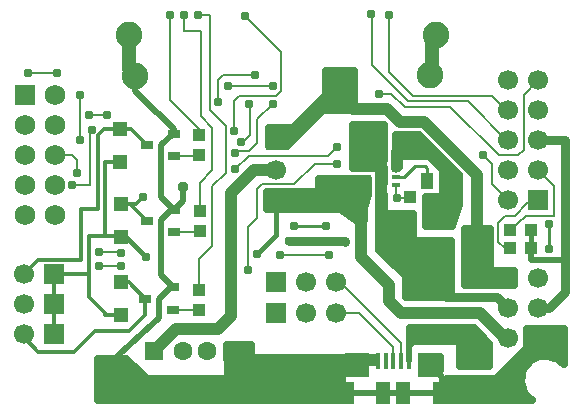
<source format=gtl>
G04 DipTrace 2.4.0.2*
%INTop.gbr*%
%MOIN*%
%ADD13C,0.01*%
%ADD14C,0.0079*%
%ADD15C,0.02*%
%ADD16C,0.015*%
%ADD17C,0.012*%
%ADD18C,0.03*%
%ADD19C,0.045*%
%ADD20C,0.04*%
%ADD21C,0.029*%
%ADD22C,0.025*%
%ADD25R,0.0433X0.0394*%
%ADD27R,0.0472X0.0472*%
%ADD28R,0.0689X0.0689*%
%ADD29C,0.0689*%
%ADD30R,0.0669X0.0669*%
%ADD31C,0.0669*%
%ADD33C,0.0886*%
%ADD34R,0.063X0.063*%
%ADD35C,0.063*%
%ADD36C,0.1378*%
%ADD38R,0.0157X0.0531*%
%ADD39R,0.0827X0.0787*%
%ADD40R,0.063X0.0748*%
%ADD41R,0.0472X0.0748*%
%ADD42R,0.0394X0.0531*%
%ADD44R,0.0413X0.0256*%
%ADD45R,0.0394X0.0433*%
%ADD46R,0.0276X0.0118*%
%ADD47R,0.0394X0.063*%
%ADD48C,0.031*%
%ADD49C,0.037*%
%FSLAX44Y44*%
G04*
G70*
G90*
G75*
G01*
%LNTop*%
%LPD*%
X18501Y11705D2*
D13*
Y12120D1*
X18422Y12200D1*
X18085D1*
X17706Y11821D1*
X17440D1*
X10063Y9991D2*
D14*
X10902D1*
X10927Y10016D1*
X10063Y10739D2*
D15*
X9958D1*
X9613Y10394D1*
Y8548D1*
X10010Y8151D1*
X9941D1*
X9543Y7753D1*
Y7125D1*
X8035Y5742D1*
Y5092D1*
X8172Y4956D1*
X10063Y13275D2*
X10007D1*
X9629Y12897D1*
Y11173D1*
X10063Y10739D1*
X16853Y5687D2*
D14*
X16272D1*
X16144Y5559D1*
X13948D1*
X13345Y4956D1*
X12136Y6023D2*
X12278D1*
X13345Y4956D1*
Y4528D1*
X8172D1*
Y4956D1*
X15750Y4634D2*
Y5165D1*
X16144Y5559D1*
X15750Y4634D2*
D15*
X17030D1*
X17699D1*
X18979D1*
X16965Y10585D2*
Y9409D1*
X17365D1*
X17814Y9859D1*
X16965Y9409D2*
X17207D1*
X17351Y9265D1*
X17814D1*
X16440Y13315D2*
D16*
X16775D1*
X16965Y13125D1*
X16453Y12717D2*
X16558D1*
X16965Y13125D1*
D14*
Y11823D1*
X16968Y11821D1*
X16495Y12077D2*
X16712D1*
X16968Y11821D1*
X16965Y10585D2*
X16968Y11821D1*
X18979Y4634D2*
D15*
Y5165D1*
X18585Y5559D1*
X18979Y4634D2*
D14*
X20359D1*
X22187Y6461D1*
X10063Y13275D2*
D15*
Y13431D1*
X9528Y13966D1*
X9496D1*
X8765Y14698D1*
Y15209D1*
X8555Y16565D2*
D19*
Y15420D1*
X8765Y15209D1*
X10360Y11484D2*
D15*
Y11037D1*
X10063Y10739D1*
X17814Y9859D2*
Y9265D1*
X18253D1*
X18263Y9254D1*
X18724D1*
D18*
X19127D1*
Y7832D1*
X20816D1*
X21187Y7461D1*
X17930Y10480D2*
D14*
Y9974D1*
X17814Y9859D1*
X18790Y16565D2*
D19*
X18646D1*
Y15280D1*
X18583Y15218D1*
X13468Y11066D2*
D16*
Y9903D1*
X12816Y9251D1*
X8290Y9824D2*
X8471D1*
X9122Y9172D1*
X6053Y6589D2*
D17*
Y7589D1*
Y8589D2*
Y7589D1*
X8262Y12333D2*
X7762D1*
Y9867D1*
X8247D1*
X8290Y9824D1*
X7762Y9867D2*
X7212D1*
Y8589D1*
Y7845D1*
X7771Y7286D1*
Y7234D1*
X7780Y7224D1*
X8300D1*
X6053Y8589D2*
X7212D1*
X16295Y10585D2*
D20*
Y9153D1*
X17221Y8228D1*
Y7683D1*
X17609Y7295D1*
X20249D1*
X21083Y6461D1*
X21187D1*
X13468Y12066D2*
X12726D1*
X11957Y11297D1*
Y7199D1*
X11533Y6774D1*
X10131D1*
X9380Y6023D1*
X12102Y12104D2*
D14*
X12543Y12544D1*
X15198D1*
X15500Y12847D1*
X7557Y9324D2*
X8263D1*
X8291Y9296D1*
X21271Y10065D2*
Y10074D1*
X21798Y10543D1*
X22719D1*
Y11536D1*
X22190Y12065D1*
X15500Y12275D2*
X14757D1*
X14064Y11583D1*
X12991D1*
X12835Y11426D1*
Y10454D1*
X12537Y10156D1*
Y8734D1*
X7562Y8849D2*
X8272D1*
X8280Y8857D1*
X21271Y9448D2*
X21087D1*
X20866Y9670D1*
Y10307D1*
X21102Y10543D1*
X21409D1*
X21834Y10968D1*
X22093D1*
X22190Y11065D1*
X21940Y10065D2*
D16*
Y9449D1*
X21941Y9448D1*
X13894Y9683D2*
D18*
X15752D1*
Y9672D1*
X22190Y13065D2*
X23080D1*
Y9079D1*
Y7985D1*
X22556Y7461D1*
X22187D1*
X19089Y10526D2*
D14*
D3*
Y11703D2*
X19092Y11705D1*
D15*
Y11331D1*
X18727Y10966D1*
X21941Y9448D2*
Y9079D1*
X23080D1*
X17440Y12077D2*
Y12930D1*
X17635Y13125D1*
X18130D1*
X19074Y12181D1*
Y11724D1*
X19092Y11705D1*
X19089Y10526D2*
Y10959D1*
X19092Y10962D1*
X18731D1*
X18727Y10966D1*
Y10531D1*
X18723Y10526D1*
X19089D1*
X8262Y13436D2*
D17*
X8624D1*
X9158Y12901D1*
X8262Y13436D2*
X7736D1*
X7518Y13217D1*
Y10763D1*
X6960D1*
Y9073D1*
X5537D1*
X5053Y8589D1*
X20392Y5754D2*
D18*
Y6210D1*
X19889D1*
Y5755D1*
X20392Y9455D2*
D21*
X20160D1*
D18*
Y9468D1*
X19886D1*
X13468Y13066D2*
X13904D1*
X14926Y14088D1*
X16008D1*
D20*
X17153D1*
X17584Y13656D1*
X18189D1*
X18390Y13672D1*
X20160Y11902D1*
Y9468D1*
X17876Y5687D2*
D15*
Y6764D1*
X19882D1*
Y5763D1*
X19889Y5755D1*
X19886Y9468D2*
D18*
Y8340D1*
X20392D1*
X21065D1*
X21187Y8461D1*
X20392Y9455D2*
Y8340D1*
X15166Y15260D2*
X15568D1*
X15573Y15254D1*
X15987D1*
X16008Y15233D1*
X15166Y15260D2*
D14*
Y14821D1*
X15160Y14815D1*
X15573Y15254D2*
Y14800D1*
X15574D1*
X10063Y12527D2*
X10877D1*
X10900Y12550D1*
X17220Y17246D2*
X17194D1*
X17225Y17214D1*
Y15332D1*
X18034Y14523D1*
X20648D1*
X21106Y14065D1*
X21190D1*
X16886Y14600D2*
X17297D1*
X17740Y14158D1*
X19271D1*
X20877Y12552D1*
X21511D1*
X21706Y12747D1*
Y14581D1*
X22190Y15065D1*
X17440Y11565D2*
Y11169D1*
X17480Y11128D1*
X13576Y9217D2*
X15212D1*
X15233Y9238D1*
X17480Y11128D2*
X17909D1*
X17930Y11150D1*
X14061Y10188D2*
D13*
X15093D1*
X15117Y10212D1*
X22542Y10248D2*
Y9457D1*
X22554Y9445D1*
X8290Y10926D2*
D17*
X8596D1*
X9157Y10365D1*
X8290Y10926D2*
X8787D1*
X9023Y11162D1*
X20362Y12573D2*
D14*
X20654Y12281D1*
Y11601D1*
X21190Y11065D1*
X15440Y7307D2*
X16217D1*
X17359Y6166D1*
Y5681D1*
X17365Y5687D1*
X15715Y8315D2*
X15440D1*
X17620Y5687D2*
Y6303D1*
X15609Y8314D1*
X15441D1*
X15440Y8315D1*
X10365Y6109D2*
Y6023D1*
X10900Y13220D2*
Y13419D1*
X9919Y14400D1*
Y17230D1*
X10927Y10685D2*
Y11639D1*
X11338Y12050D1*
Y13477D1*
X10950Y13865D1*
Y16686D1*
X10404D1*
Y17227D1*
X10900Y8080D2*
Y9103D1*
X11338Y9541D1*
Y11523D1*
X11797Y11981D1*
Y13526D1*
X11269Y14054D1*
Y17230D1*
X10864D1*
X7230Y13891D2*
X7810D1*
Y13906D1*
X12062Y13355D2*
Y14381D1*
X12220Y14538D1*
X13463D1*
X13621Y14695D1*
Y15993D1*
X12409Y17205D1*
X5184Y15306D2*
X6139D1*
X6160Y15284D1*
X13355Y14853D2*
X11839D1*
X12088Y12629D2*
Y12713D1*
X12565D1*
X12834Y12981D1*
Y13751D1*
X13355Y14272D1*
X6930Y14565D2*
Y13065D1*
X12276Y13012D2*
X12343D1*
X12577Y13245D1*
Y14281D1*
X12568Y14272D1*
X6820Y11971D2*
Y12408D1*
X6663Y12565D1*
X6090D1*
X11535Y14320D2*
Y15069D1*
X11692Y15227D1*
X12765D1*
X6663Y11565D2*
Y11577D1*
X7248D1*
Y13409D1*
X7313D1*
X16626Y17251D2*
Y17309D1*
X16640Y17295D1*
Y15576D1*
X17864Y14351D1*
X19839D1*
X21157Y13032D1*
X21190Y13065D1*
X8300Y8326D2*
D17*
X8555D1*
X9105Y7777D1*
X5053Y6589D2*
Y6484D1*
X5536Y6001D1*
X6723D1*
X7428Y6706D1*
X8547D1*
X9083Y7242D1*
Y7755D1*
X9105Y7777D1*
X10010Y7403D2*
D14*
X10892D1*
X10900Y7410D1*
D48*
X15166Y15260D3*
X16008Y15233D3*
X20392Y5754D3*
X19889Y5755D3*
X19092Y10962D3*
X17480Y11128D3*
X16886Y14600D3*
X19886Y9468D3*
X20392Y9455D3*
X9122Y9172D3*
X12816Y9251D3*
X17814Y9859D3*
Y9265D3*
X9023Y11162D3*
X16440Y13315D3*
X16453Y12717D3*
X16626Y17251D3*
X17220Y17246D3*
X15752Y9672D3*
X15117Y10212D3*
X14061Y10188D3*
X13894Y9683D3*
X20362Y12573D3*
X9919Y17230D3*
X10864D3*
X10404Y17227D3*
X22542Y10248D3*
X22554Y9445D3*
X15500Y12275D3*
Y12847D3*
X8291Y9296D3*
X12537Y8734D3*
X12102Y12104D3*
X8280Y8857D3*
X7557Y9324D3*
X7562Y8849D3*
X7810Y13906D3*
X7230Y13891D3*
X6160Y15284D3*
X5184Y15306D3*
X13576Y9217D3*
X15233Y9238D3*
X18723Y10526D3*
X19089D3*
X18727Y10966D3*
D49*
X10360Y11484D3*
D48*
X18263Y9254D3*
X18724D3*
X15573Y15254D3*
X12409Y17205D3*
X12062Y13355D3*
X11839Y14853D3*
X13355D3*
Y14272D3*
X12088Y12629D3*
X6930Y13065D3*
Y14565D3*
X12568Y14272D3*
X12276Y13012D3*
X6820Y11971D3*
X12765Y15227D3*
X11535Y14320D3*
X7313Y13409D3*
X6663Y11565D3*
X15160Y14815D3*
X15574Y14800D3*
X15995Y14796D3*
X15133Y15108D2*
D22*
X16048D1*
X15133Y14859D2*
X16048D1*
X15133Y14611D2*
X16048D1*
X14930Y14362D2*
X16048D1*
X14692Y14113D2*
X16048D1*
X14453Y13865D2*
X14790D1*
X14211Y13616D2*
X14540D1*
X13260Y13367D2*
X14294D1*
X13260Y13119D2*
X14048D1*
X13260Y12870D2*
X13802D1*
X13238Y12862D2*
X13816D1*
X14978Y14030D1*
X15066Y14067D1*
X16072Y14073D1*
Y15357D1*
X15109Y15356D1*
X15108Y14623D1*
X15075Y14540D1*
X14088Y13515D1*
X14002Y13478D1*
X13235D1*
Y12864D1*
X14917Y11501D2*
X16481D1*
X13187Y11252D2*
X16481D1*
X13183Y11004D2*
X16418D1*
X15621Y10755D2*
X16367D1*
X15988Y10506D2*
X16371D1*
X16506Y11245D2*
Y11753D1*
X15131Y11750D1*
X14894D1*
Y11442D1*
X14833Y11336D1*
X14769Y11317D1*
X13161Y11316D1*
X13157Y10757D1*
X15576Y10755D1*
X15646Y10734D1*
X16126Y10391D1*
X16395D1*
X16394Y10802D1*
X16506Y11243D1*
X17471Y12979D2*
X18453D1*
X17471Y12730D2*
X18699D1*
X18651Y12482D2*
X18941D1*
X18987Y12233D2*
X19187D1*
X19050Y11984D2*
X19433D1*
X19050Y11736D2*
X19523D1*
X19050Y11487D2*
X19523D1*
X19026Y11238D2*
X19523D1*
X18483Y10990D2*
X19523D1*
X18483Y10741D2*
X19472D1*
X18483Y10492D2*
X19394D1*
X18483Y10243D2*
X19320D1*
X17447Y13224D2*
Y12663D1*
X17435D1*
X17437Y12145D1*
X17543Y12148D1*
Y12422D1*
X17604Y12527D1*
X17668Y12547D1*
X18514Y12545D1*
X18600Y12509D1*
X18864Y12237D1*
X18963Y12236D1*
Y12131D1*
X18989Y12105D1*
X19024Y12022D1*
Y11312D1*
X18963Y11207D1*
Y11175D1*
X18459D1*
X18458Y10182D1*
X19322D1*
X19548Y10912D1*
Y11890D1*
X18237Y13225D1*
X17449Y13227D1*
X16043Y13324D2*
X17022D1*
X16043Y13075D2*
X17022D1*
X16043Y12827D2*
X17022D1*
X16043Y12578D2*
X17022D1*
X16043Y12329D2*
X17010D1*
X16924Y12080D2*
X17015D1*
X16924Y11832D2*
X17015D1*
X16924Y11583D2*
X17015D1*
X16924Y11334D2*
X17015D1*
X16916Y11086D2*
X17026D1*
X16916Y10837D2*
X17026D1*
X16912Y10588D2*
X18010D1*
X16912Y10340D2*
X18010D1*
X16912Y10091D2*
X18010D1*
X16912Y9842D2*
X18010D1*
X16908Y9594D2*
X19257D1*
X16959Y9345D2*
X19260D1*
X17221Y9096D2*
X19260D1*
X17486Y8848D2*
X19264D1*
X17748Y8599D2*
X19264D1*
X17822Y8350D2*
X19264D1*
X17822Y8101D2*
X19268D1*
X17822Y7853D2*
X19268D1*
X17049Y11241D2*
X17037D1*
X17041Y11889D1*
X17037Y12003D1*
Y12401D1*
X17049D1*
X17047Y13568D1*
X16020Y13572D1*
X16019Y12137D1*
X16093Y12136D1*
X16092Y12145D1*
X16898D1*
X16894Y11497D1*
X16898Y11389D1*
X16890Y11130D1*
X16884Y9392D1*
X17758Y8565D1*
X17796Y8478D1*
Y7830D1*
X19292D1*
X19281Y9696D1*
X18162D1*
X18056Y9757D1*
X18037Y9821D1*
X18036Y10608D1*
X17176Y10611D1*
X17070Y10673D1*
X17051Y10736D1*
X17050Y11240D1*
X16896Y11889D2*
X16898Y11514D1*
X17037Y11497D1*
X17041Y12145D1*
X21853Y6506D2*
X23033D1*
X21853Y6258D2*
X23033D1*
X11861Y6009D2*
X12612D1*
X21716D2*
X23033D1*
X7537Y5760D2*
X8440D1*
X11865D2*
X16740D1*
X18345D2*
X18885D1*
X21470D2*
X22006D1*
X22872D2*
X23033D1*
X7537Y5512D2*
X8694D1*
X11865D2*
X16319D1*
X18431D2*
X18885D1*
X21228D2*
X21744D1*
X7537Y5263D2*
X8947D1*
X11865D2*
X15588D1*
X20982D2*
X21635D1*
X7537Y5014D2*
X15588D1*
X19181D2*
X21612D1*
X7537Y4766D2*
X15803D1*
X18904D2*
X21666D1*
X7537Y4517D2*
X15803D1*
X18904D2*
X21822D1*
X21976Y4407D2*
X21888Y4478D1*
X21804Y4570D1*
X21735Y4674D1*
X21683Y4788D1*
X21649Y4908D1*
X21634Y5032D1*
X21639Y5157D1*
X21663Y5279D1*
X21705Y5397D1*
X21765Y5506D1*
X21841Y5605D1*
X21932Y5691D1*
X22035Y5762D1*
X22147Y5816D1*
X22267Y5852D1*
X22390Y5870D1*
X22515Y5868D1*
X22638Y5847D1*
X22756Y5807D1*
X22867Y5749D1*
X22968Y5675D1*
X23058Y5583D1*
Y6753D1*
X21827Y6755D1*
X21825Y6192D1*
X21790Y6108D1*
X20819Y5127D1*
X20734Y5091D1*
X19152D1*
X19155Y4773D1*
X18877D1*
X18879Y4473D1*
X19116Y4476D1*
Y4402D1*
X19635Y4405D1*
X21974Y4407D1*
X16765Y5660D2*
Y5809D1*
X14554Y5811D1*
X12763D1*
X12657Y5872D1*
X12638Y5936D1*
X12637Y6236D1*
X11837D1*
X11840Y5214D1*
X11779Y5109D1*
X11715Y5089D1*
X9198Y5091D1*
X9114Y5125D1*
X8450Y5777D1*
X7512Y5775D1*
X7510Y4396D1*
X15615Y4402D1*
X15614Y4495D1*
X15828D1*
X15830Y4774D1*
X15614Y4773D1*
Y5401D1*
X16344D1*
X16342Y5657D1*
X16767D1*
X18407Y5401D2*
X18907D1*
X18909Y5823D1*
X18320Y5821D1*
X18318Y5653D1*
X18407Y5657D1*
Y5403D1*
X19794Y9864D2*
X20554D1*
X19794Y9616D2*
X20554D1*
X19794Y9367D2*
X20554D1*
X19794Y9118D2*
X20554D1*
X19794Y8870D2*
X20554D1*
X19794Y8621D2*
X21363D1*
X19794Y8372D2*
X21363D1*
X21389Y8250D2*
Y8695D1*
X20703Y8700D1*
X20598Y8762D1*
X20578Y8825D1*
X20577Y10106D1*
X19769Y10112D1*
Y8247D1*
X21390D1*
X17937Y6563D2*
X20247D1*
X19590Y6315D2*
X20469D1*
X19613Y6066D2*
X20520D1*
X19613Y5817D2*
X20520D1*
X19613Y5569D2*
X20520D1*
X18172Y6367D2*
X19464D1*
X19569Y6305D1*
X19589Y6242D1*
Y5516D1*
X20546D1*
Y6262D1*
X20042Y6813D1*
X17910Y6812D1*
X17914Y6383D1*
X17925Y6268D1*
X17933Y6294D1*
X18029Y6365D1*
X18172Y6367D1*
D25*
X17635Y13125D3*
X16965D3*
X16295Y10585D3*
X16965D3*
D27*
X8300Y7224D3*
Y8326D3*
X8290Y9824D3*
Y10926D3*
X8262Y12333D3*
Y13436D3*
D28*
X5090Y14565D3*
D29*
Y13565D3*
Y12565D3*
Y11565D3*
Y10565D3*
X6090D3*
Y11565D3*
Y12565D3*
Y13565D3*
Y14565D3*
D30*
X13468Y13066D3*
D31*
Y12066D3*
Y11066D3*
D30*
X22190Y11065D3*
D31*
X21190D3*
X22190Y12065D3*
X21190D3*
X22190Y13065D3*
X21190D3*
X22190Y14065D3*
X21190D3*
X22190Y15065D3*
X21190D3*
D30*
X6053Y6589D3*
D31*
X5053D3*
D33*
X8765Y15209D3*
X18790Y16565D3*
X18583Y15218D3*
X8555Y16565D3*
D34*
X9380Y6023D3*
D35*
X10365D3*
X11152D3*
X12136D3*
D36*
X8172Y4956D3*
X13345D3*
D30*
X13440Y7307D3*
D31*
X14440D3*
X15440D3*
D30*
X13440Y8315D3*
D31*
X14440D3*
X15440D3*
D38*
X17876Y5687D3*
X17620D3*
X17365D3*
X17109D3*
X16853D3*
D39*
X18585Y5559D3*
X16144D3*
D40*
X18979Y4634D3*
X15750D3*
D41*
X17699D3*
X17030D3*
D30*
X6053Y7589D3*
D31*
X5053D3*
D30*
X6053Y8589D3*
D31*
X5053D3*
D30*
X22187Y6461D3*
D31*
X21187D3*
X22187Y7461D3*
X21187D3*
X22187Y8461D3*
X21187D3*
D42*
X18501Y11705D3*
X19092D3*
D44*
X10010Y7403D3*
Y8151D3*
X9105Y7777D3*
X10063Y9991D3*
Y10739D3*
X9157Y10365D3*
X10063Y12527D3*
Y13275D3*
X9158Y12901D3*
D25*
X21271Y9448D3*
X21941D3*
X21271Y10065D3*
X21940D3*
D45*
X10900Y7410D3*
Y8080D3*
X10927Y10016D3*
Y10685D3*
X10900Y12550D3*
Y13220D3*
X17930Y10480D3*
Y11150D3*
D46*
X17440Y11565D3*
Y11821D3*
Y12077D3*
X16495D3*
Y11821D3*
Y11565D3*
D47*
X16968Y11821D3*
M02*

</source>
